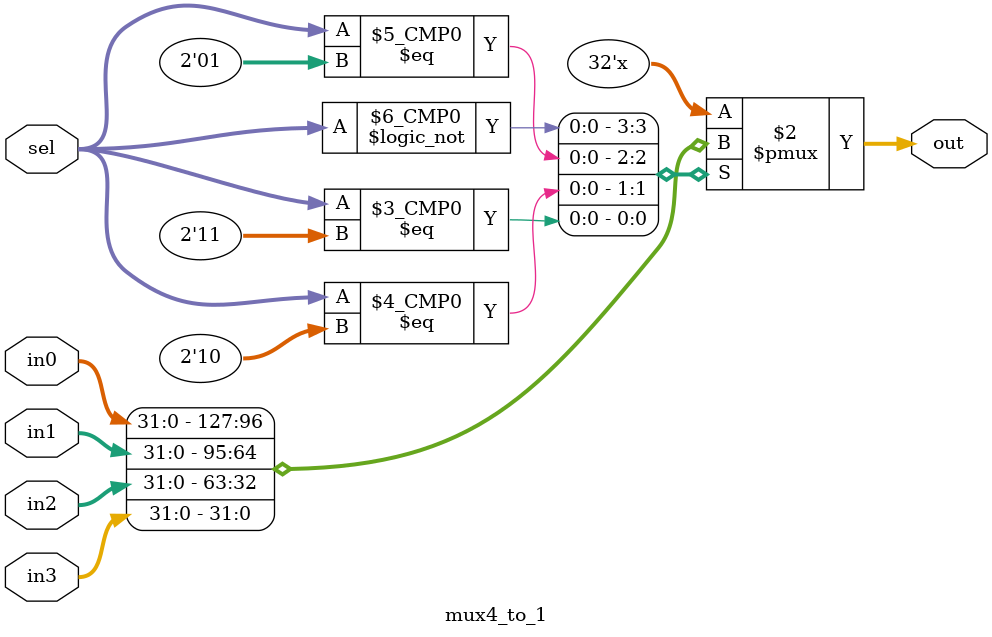
<source format=v>
module mux4_to_1 #(parameter WIDTH = 32) (
    input           wire            [WIDTH-1:0]         in0,
    input           wire            [WIDTH-1:0]         in1,
    input           wire            [WIDTH-1:0]         in2,
    input           wire            [WIDTH-1:0]         in3,
    input           wire            [1:0]               sel,
    output          reg             [WIDTH-1:0]         out
);


always @(*) begin
    case (sel)
        2'b00: begin
            out = in0;
        end
        2'b01: begin
            out = in1;
        end
        2'b10: begin
            out = in2;
        end
        2'b11: begin
            out = in3;
        end
    endcase
end
    
endmodule
</source>
